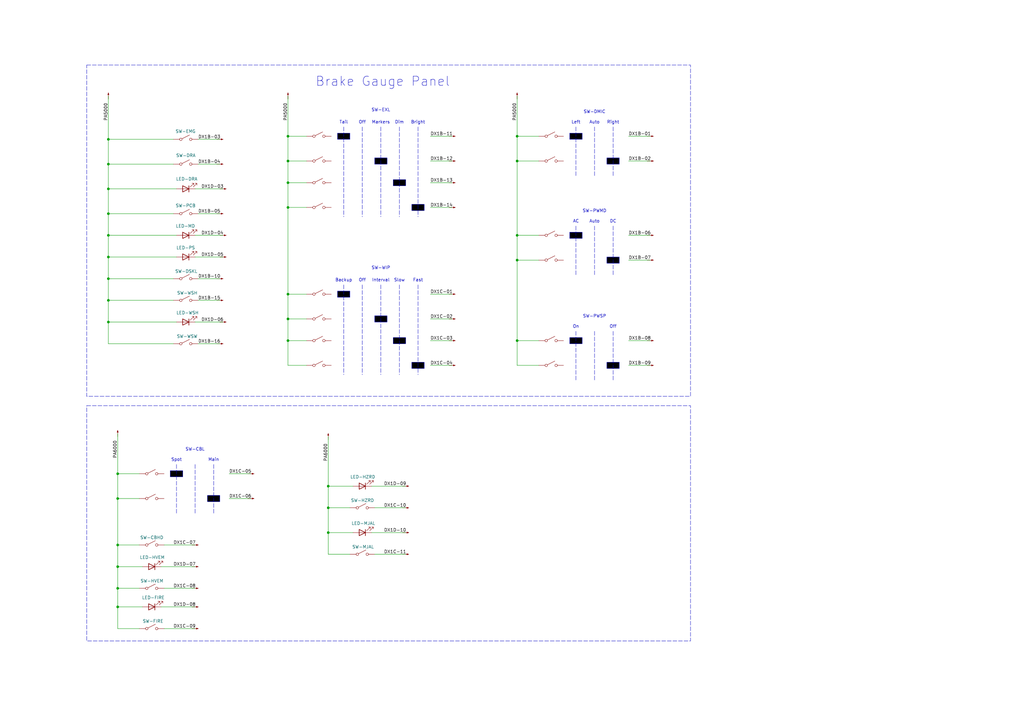
<source format=kicad_sch>
(kicad_sch (version 20250114) (generator "eeschema") (generator_version "9.0")
  (paper "A3")
  (title_block (title "Class 700 Compact Simulator Electrical") (date "2025-06-26") (rev "A"))
  (lib_symbols
    (symbol "Device:LED" (pin_numbers (hide yes)) (pin_names (offset 1.016) (hide yes))
      (property "Reference" "D" (at 0 2.54 0))
      (property "Value" "LED" (at 0 -2.54 0))
      (symbol "LED_0_1"
        (polyline (pts (xy -3.048 -0.762) (xy -4.572 -2.286) (xy -3.81 -2.286) (xy -4.572 -2.286) (xy -4.572 -1.524)))
        (polyline (pts (xy -1.778 -0.762) (xy -3.302 -2.286) (xy -2.54 -2.286) (xy -3.302 -2.286) (xy -3.302 -1.524)))
        (polyline (pts (xy -1.27 0) (xy 1.27 0)))
        (polyline (pts (xy -1.27 -1.27) (xy -1.27 1.27)) (stroke (width 0.254)))
        (polyline (pts (xy 1.27 -1.27) (xy 1.27 1.27) (xy -1.27 0) (xy 1.27 -1.27)) (stroke (width 0.254)))
      )
      (symbol "LED_1_1"
        (pin passive line (at -3.81 0 0) (length 2.54) (name "K") (number "1"))
        (pin passive line (at 3.81 0 180) (length 2.54) (name "A") (number "2"))
      )
    )
    (symbol "Graphic:SYM_Arrow_Tiny" (in_bom no) (on_board no)
      (symbol "SYM_Arrow_Tiny_0_1"
        (polyline (pts (xy 1.27 0) (xy -1.27 0)))
        (polyline (pts (xy 1.27 0) (xy 0.508 -0.254) (xy 0.508 0.254) (xy 1.27 0)) (fill (type outline)))
      )
    )
    (symbol "SW_SPST_1" (pin_names (offset 0) (hide yes))
      (property "Value" "SW-SPST" (at 3.556 11.176 90))
      (symbol "SW_SPST_1_0_0"
        (circle (center -2.032 0) (radius 0.508))
        (polyline (pts (xy -1.524 0.254) (xy 1.524 1.778)))
        (circle (center 2.032 0) (radius 0.508))
      )
      (symbol "SW_SPST_1_1_1"
        (pin passive line (at -5.08 0 0) (length 2.54) (name "A") (number ""))
        (pin passive line (at 5.08 0 180) (length 2.54) (name "B") (number ""))
      )
    )
    (symbol "SW_SPST_10" (pin_names (offset 0) (hide yes))
      (property "Value" "SW-SPST" (at 3.556 11.176 90))
      (symbol "SW_SPST_10_0_0"
        (circle (center -2.032 0) (radius 0.508))
        (polyline (pts (xy -1.524 0.254) (xy 1.524 1.778)))
        (circle (center 2.032 0) (radius 0.508))
      )
      (symbol "SW_SPST_10_1_1"
        (pin passive line (at -5.08 0 0) (length 2.54) (name "A") (number ""))
        (pin passive line (at 5.08 0 180) (length 2.54) (name "B") (number ""))
      )
    )
    (symbol "SW_SPST_11" (pin_names (offset 0) (hide yes))
      (property "Value" "SW-SPST" (at 3.556 11.176 90))
      (symbol "SW_SPST_11_0_0"
        (circle (center -2.032 0) (radius 0.508))
        (polyline (pts (xy -1.524 0.254) (xy 1.524 1.778)))
        (circle (center 2.032 0) (radius 0.508))
      )
      (symbol "SW_SPST_11_1_1"
        (pin passive line (at -5.08 0 0) (length 2.54) (name "A") (number ""))
        (pin passive line (at 5.08 0 180) (length 2.54) (name "B") (number ""))
      )
    )
    (symbol "SW_SPST_12" (pin_names (offset 0) (hide yes))
      (property "Value" "SW-SPST" (at 3.556 11.176 90))
      (symbol "SW_SPST_12_0_0"
        (circle (center -2.032 0) (radius 0.508))
        (polyline (pts (xy -1.524 0.254) (xy 1.524 1.778)))
        (circle (center 2.032 0) (radius 0.508))
      )
      (symbol "SW_SPST_12_1_1"
        (pin passive line (at -5.08 0 0) (length 2.54) (name "A") (number ""))
        (pin passive line (at 5.08 0 180) (length 2.54) (name "B") (number ""))
      )
    )
    (symbol "SW_SPST_13" (pin_names (offset 0) (hide yes))
      (property "Value" "SW-SPST" (at 3.556 11.176 90))
      (symbol "SW_SPST_13_0_0"
        (circle (center -2.032 0) (radius 0.508))
        (polyline (pts (xy -1.524 0.254) (xy 1.524 1.778)))
        (circle (center 2.032 0) (radius 0.508))
      )
      (symbol "SW_SPST_13_1_1"
        (pin passive line (at -5.08 0 0) (length 2.54) (name "A") (number ""))
        (pin passive line (at 5.08 0 180) (length 2.54) (name "B") (number ""))
      )
    )
    (symbol "SW_SPST_14" (pin_names (offset 0) (hide yes))
      (property "Value" "SW-SPST" (at 3.556 11.176 90))
      (symbol "SW_SPST_14_0_0"
        (circle (center -2.032 0) (radius 0.508))
        (polyline (pts (xy -1.524 0.254) (xy 1.524 1.778)))
        (circle (center 2.032 0) (radius 0.508))
      )
      (symbol "SW_SPST_14_1_1"
        (pin passive line (at -5.08 0 0) (length 2.54) (name "A") (number ""))
        (pin passive line (at 5.08 0 180) (length 2.54) (name "B") (number ""))
      )
    )
    (symbol "SW_SPST_15" (pin_names (offset 0) (hide yes))
      (property "Value" "SW-SPST" (at 3.556 11.176 90))
      (symbol "SW_SPST_15_0_0"
        (circle (center -2.032 0) (radius 0.508))
        (polyline (pts (xy -1.524 0.254) (xy 1.524 1.778)))
        (circle (center 2.032 0) (radius 0.508))
      )
      (symbol "SW_SPST_15_1_1"
        (pin passive line (at -5.08 0 0) (length 2.54) (name "A") (number ""))
        (pin passive line (at 5.08 0 180) (length 2.54) (name "B") (number ""))
      )
    )
    (symbol "SW_SPST_16" (pin_names (offset 0) (hide yes))
      (property "Value" "SW-SPST" (at 3.556 11.176 90))
      (symbol "SW_SPST_16_0_0"
        (circle (center -2.032 0) (radius 0.508))
        (polyline (pts (xy -1.524 0.254) (xy 1.524 1.778)))
        (circle (center 2.032 0) (radius 0.508))
      )
      (symbol "SW_SPST_16_1_1"
        (pin passive line (at -5.08 0 0) (length 2.54) (name "A") (number ""))
        (pin passive line (at 5.08 0 180) (length 2.54) (name "B") (number ""))
      )
    )
    (symbol "SW_SPST_17" (pin_names (offset 0) (hide yes))
      (property "Value" "SW-SPST" (at 3.556 11.176 90))
      (symbol "SW_SPST_17_0_0"
        (circle (center -2.032 0) (radius 0.508))
        (polyline (pts (xy -1.524 0.254) (xy 1.524 1.778)))
        (circle (center 2.032 0) (radius 0.508))
      )
      (symbol "SW_SPST_17_1_1"
        (pin passive line (at -5.08 0 0) (length 2.54) (name "A") (number ""))
        (pin passive line (at 5.08 0 180) (length 2.54) (name "B") (number ""))
      )
    )
    (symbol "SW_SPST_18" (pin_names (offset 0) (hide yes))
      (property "Value" "SW-SPST" (at 3.556 11.176 90))
      (symbol "SW_SPST_18_0_0"
        (circle (center -2.032 0) (radius 0.508))
        (polyline (pts (xy -1.524 0.254) (xy 1.524 1.778)))
        (circle (center 2.032 0) (radius 0.508))
      )
      (symbol "SW_SPST_18_1_1"
        (pin passive line (at -5.08 0 0) (length 2.54) (name "A") (number ""))
        (pin passive line (at 5.08 0 180) (length 2.54) (name "B") (number ""))
      )
    )
    (symbol "SW_SPST_19" (pin_names (offset 0) (hide yes))
      (property "Value" "SW-SPST" (at 3.556 11.176 90))
      (symbol "SW_SPST_19_0_0"
        (circle (center -2.032 0) (radius 0.508))
        (polyline (pts (xy -1.524 0.254) (xy 1.524 1.778)))
        (circle (center 2.032 0) (radius 0.508))
      )
      (symbol "SW_SPST_19_1_1"
        (pin passive line (at -5.08 0 0) (length 2.54) (name "A") (number ""))
        (pin passive line (at 5.08 0 180) (length 2.54) (name "B") (number ""))
      )
    )
    (symbol "SW_SPST_2" (pin_names (offset 0) (hide yes))
      (property "Value" "SW-SPST" (at 3.556 11.176 90))
      (symbol "SW_SPST_2_0_0"
        (circle (center -2.032 0) (radius 0.508))
        (polyline (pts (xy -1.524 0.254) (xy 1.524 1.778)))
        (circle (center 2.032 0) (radius 0.508))
      )
      (symbol "SW_SPST_2_1_1"
        (pin passive line (at -5.08 0 0) (length 2.54) (name "A") (number ""))
        (pin passive line (at 5.08 0 180) (length 2.54) (name "B") (number ""))
      )
    )
    (symbol "SW_SPST_20" (pin_names (offset 0) (hide yes))
      (property "Value" "SW-SPST" (at 3.556 11.176 90))
      (symbol "SW_SPST_20_0_0"
        (circle (center -2.032 0) (radius 0.508))
        (polyline (pts (xy -1.524 0.254) (xy 1.524 1.778)))
        (circle (center 2.032 0) (radius 0.508))
      )
      (symbol "SW_SPST_20_1_1"
        (pin passive line (at -5.08 0 0) (length 2.54) (name "A") (number ""))
        (pin passive line (at 5.08 0 180) (length 2.54) (name "B") (number ""))
      )
    )
    (symbol "SW_SPST_21" (pin_names (offset 0) (hide yes))
      (property "Value" "SW-SPST" (at 3.556 11.176 90))
      (symbol "SW_SPST_21_0_0"
        (circle (center -2.032 0) (radius 0.508))
        (polyline (pts (xy -1.524 0.254) (xy 1.524 1.778)))
        (circle (center 2.032 0) (radius 0.508))
      )
      (symbol "SW_SPST_21_1_1"
        (pin passive line (at -5.08 0 0) (length 2.54) (name "A") (number ""))
        (pin passive line (at 5.08 0 180) (length 2.54) (name "B") (number ""))
      )
    )
    (symbol "SW_SPST_22" (pin_names (offset 0) (hide yes))
      (property "Value" "SW-SPST" (at 3.556 11.176 90))
      (symbol "SW_SPST_22_0_0"
        (circle (center -2.032 0) (radius 0.508))
        (polyline (pts (xy -1.524 0.254) (xy 1.524 1.778)))
        (circle (center 2.032 0) (radius 0.508))
      )
      (symbol "SW_SPST_22_1_1"
        (pin passive line (at -5.08 0 0) (length 2.54) (name "A") (number ""))
        (pin passive line (at 5.08 0 180) (length 2.54) (name "B") (number ""))
      )
    )
    (symbol "SW_SPST_23" (pin_names (offset 0) (hide yes))
      (property "Value" "SW-SPST" (at 3.556 11.176 90))
      (symbol "SW_SPST_23_0_0"
        (circle (center -2.032 0) (radius 0.508))
        (polyline (pts (xy -1.524 0.254) (xy 1.524 1.778)))
        (circle (center 2.032 0) (radius 0.508))
      )
      (symbol "SW_SPST_23_1_1"
        (pin passive line (at -5.08 0 0) (length 2.54) (name "A") (number ""))
        (pin passive line (at 5.08 0 180) (length 2.54) (name "B") (number ""))
      )
    )
    (symbol "SW_SPST_24" (pin_names (offset 0) (hide yes))
      (property "Value" "SW-SPST" (at 3.556 11.176 90))
      (symbol "SW_SPST_24_0_0"
        (circle (center -2.032 0) (radius 0.508))
        (polyline (pts (xy -1.524 0.254) (xy 1.524 1.778)))
        (circle (center 2.032 0) (radius 0.508))
      )
      (symbol "SW_SPST_24_1_1"
        (pin passive line (at -5.08 0 0) (length 2.54) (name "A") (number ""))
        (pin passive line (at 5.08 0 180) (length 2.54) (name "B") (number ""))
      )
    )
    (symbol "SW_SPST_25" (pin_names (offset 0) (hide yes))
      (property "Value" "SW-SPST" (at 3.556 11.176 90))
      (symbol "SW_SPST_25_0_0"
        (circle (center -2.032 0) (radius 0.508))
        (polyline (pts (xy -1.524 0.254) (xy 1.524 1.778)))
        (circle (center 2.032 0) (radius 0.508))
      )
      (symbol "SW_SPST_25_1_1"
        (pin passive line (at -5.08 0 0) (length 2.54) (name "A") (number ""))
        (pin passive line (at 5.08 0 180) (length 2.54) (name "B") (number ""))
      )
    )
    (symbol "SW_SPST_26" (pin_names (offset 0) (hide yes))
      (property "Value" "SW-SPST" (at 3.556 11.176 90))
      (symbol "SW_SPST_26_0_0"
        (circle (center -2.032 0) (radius 0.508))
        (polyline (pts (xy -1.524 0.254) (xy 1.524 1.778)))
        (circle (center 2.032 0) (radius 0.508))
      )
      (symbol "SW_SPST_26_1_1"
        (pin passive line (at -5.08 0 0) (length 2.54) (name "A") (number ""))
        (pin passive line (at 5.08 0 180) (length 2.54) (name "B") (number ""))
      )
    )
    (symbol "SW_SPST_27" (pin_names (offset 0) (hide yes))
      (property "Value" "SW-SPST" (at 3.556 11.176 90))
      (symbol "SW_SPST_27_0_0"
        (circle (center -2.032 0) (radius 0.508))
        (polyline (pts (xy -1.524 0.254) (xy 1.524 1.778)))
        (circle (center 2.032 0) (radius 0.508))
      )
      (symbol "SW_SPST_27_1_1"
        (pin passive line (at -5.08 0 0) (length 2.54) (name "A") (number ""))
        (pin passive line (at 5.08 0 180) (length 2.54) (name "B") (number ""))
      )
    )
    (symbol "SW_SPST_3" (pin_names (offset 0) (hide yes))
      (property "Value" "SW-SPST" (at 3.556 11.176 90))
      (symbol "SW_SPST_3_0_0"
        (circle (center -2.032 0) (radius 0.508))
        (polyline (pts (xy -1.524 0.254) (xy 1.524 1.778)))
        (circle (center 2.032 0) (radius 0.508))
      )
      (symbol "SW_SPST_3_1_1"
        (pin passive line (at -5.08 0 0) (length 2.54) (name "A") (number ""))
        (pin passive line (at 5.08 0 180) (length 2.54) (name "B") (number ""))
      )
    )
    (symbol "SW_SPST_4" (pin_names (offset 0) (hide yes))
      (property "Value" "SW-SPST" (at 3.556 11.176 90))
      (symbol "SW_SPST_4_0_0"
        (circle (center -2.032 0) (radius 0.508))
        (polyline (pts (xy -1.524 0.254) (xy 1.524 1.778)))
        (circle (center 2.032 0) (radius 0.508))
      )
      (symbol "SW_SPST_4_1_1"
        (pin passive line (at -5.08 0 0) (length 2.54) (name "A") (number ""))
        (pin passive line (at 5.08 0 180) (length 2.54) (name "B") (number ""))
      )
    )
    (symbol "SW_SPST_5" (pin_names (offset 0) (hide yes))
      (property "Value" "SW-SPST" (at 3.556 11.176 90))
      (symbol "SW_SPST_5_0_0"
        (circle (center -2.032 0) (radius 0.508))
        (polyline (pts (xy -1.524 0.254) (xy 1.524 1.778)))
        (circle (center 2.032 0) (radius 0.508))
      )
      (symbol "SW_SPST_5_1_1"
        (pin passive line (at -5.08 0 0) (length 2.54) (name "A") (number ""))
        (pin passive line (at 5.08 0 180) (length 2.54) (name "B") (number ""))
      )
    )
    (symbol "SW_SPST_6" (pin_names (offset 0) (hide yes))
      (property "Value" "SW-SPST" (at 3.556 11.176 90))
      (symbol "SW_SPST_6_0_0"
        (circle (center -2.032 0) (radius 0.508))
        (polyline (pts (xy -1.524 0.254) (xy 1.524 1.778)))
        (circle (center 2.032 0) (radius 0.508))
      )
      (symbol "SW_SPST_6_1_1"
        (pin passive line (at -5.08 0 0) (length 2.54) (name "A") (number ""))
        (pin passive line (at 5.08 0 180) (length 2.54) (name "B") (number ""))
      )
    )
    (symbol "SW_SPST_7" (pin_names (offset 0) (hide yes))
      (property "Value" "SW-SPST" (at 3.556 11.176 90))
      (symbol "SW_SPST_7_0_0"
        (circle (center -2.032 0) (radius 0.508))
        (polyline (pts (xy -1.524 0.254) (xy 1.524 1.778)))
        (circle (center 2.032 0) (radius 0.508))
      )
      (symbol "SW_SPST_7_1_1"
        (pin passive line (at -5.08 0 0) (length 2.54) (name "A") (number ""))
        (pin passive line (at 5.08 0 180) (length 2.54) (name "B") (number ""))
      )
    )
    (symbol "SW_SPST_8" (pin_names (offset 0) (hide yes))
      (property "Value" "SW-SPST" (at 3.556 11.176 90))
      (symbol "SW_SPST_8_0_0"
        (circle (center -2.032 0) (radius 0.508))
        (polyline (pts (xy -1.524 0.254) (xy 1.524 1.778)))
        (circle (center 2.032 0) (radius 0.508))
      )
      (symbol "SW_SPST_8_1_1"
        (pin passive line (at -5.08 0 0) (length 2.54) (name "A") (number ""))
        (pin passive line (at 5.08 0 180) (length 2.54) (name "B") (number ""))
      )
    )
    (symbol "SW_SPST_9" (pin_names (offset 0) (hide yes))
      (property "Value" "SW-SPST" (at 3.556 11.176 90))
      (symbol "SW_SPST_9_0_0"
        (circle (center -2.032 0) (radius 0.508))
        (polyline (pts (xy -1.524 0.254) (xy 1.524 1.778)))
        (circle (center 2.032 0) (radius 0.508))
      )
      (symbol "SW_SPST_9_1_1"
        (pin passive line (at -5.08 0 0) (length 2.54) (name "A") (number ""))
        (pin passive line (at 5.08 0 180) (length 2.54) (name "B") (number ""))
      )
    )
  )
  (rectangle (start 35.56 166.37) (end 283.21 262.89) (stroke (width 0) (type dash)))
  (rectangle (start 248.92 64.77) (end 254 67.31) (fill (type color) (color 0 0 0 1)))
  (rectangle (start 233.68 138.43) (end 238.76 140.97) (fill (type color) (color 0 0 0 1)))
  (rectangle (start 233.68 95.25) (end 238.76 97.79) (fill (type color) (color 0 0 0 1)))
  (rectangle (start 248.92 105.41) (end 254 107.95) (fill (type color) (color 0 0 0 1)))
  (rectangle (start 153.67 129.54) (end 158.75 132.08) (fill (type color) (color 0 0 0 1)))
  (rectangle (start 168.91 148.59) (end 173.99 151.13) (fill (type color) (color 0 0 0 1)))
  (rectangle (start 161.29 138.43) (end 166.37 140.97) (fill (type color) (color 0 0 0 1)))
  (rectangle (start 153.67 64.77) (end 158.75 67.31) (fill (type color) (color 0 0 0 1)))
  (rectangle (start 35.56 26.67) (end 283.21 162.56) (stroke (width 0) (type dash)))
  (rectangle (start 85.09 203.2) (end 90.17 205.74) (fill (type color) (color 0 0 0 1)))
  (rectangle (start 168.91 83.82) (end 173.99 86.36) (fill (type color) (color 0 0 0 1)))
  (rectangle (start 69.85 193.04) (end 74.93 195.58) (fill (type color) (color 0 0 0 1)))
  (rectangle (start 161.29 73.66) (end 166.37 76.2) (fill (type color) (color 0 0 0 1)))
  (rectangle (start 138.43 54.61) (end 143.51 57.15) (fill (type color) (color 0 0 0 1)))
  (rectangle (start 138.43 119.38) (end 143.51 121.92) (fill (type color) (color 0 0 0 1)))
  (rectangle (start 233.68 54.61) (end 238.76 57.15) (fill (type color) (color 0 0 0 1)))
  (rectangle (start 248.92 148.59) (end 254 151.13) (fill (type color) (color 0 0 0 1)))
  (text "SW-PWMD" (at 243.84 86.614 0) (effects (font (size 1.27 1.27))))
  (text "SW-EXL" (at 156.21 45.212 0) (effects (font (size 1.27 1.27))))
  (text "Brake Gauge Panel" (at 156.972 33.528 0) (effects (font (size 3.81 3.81))))
  (text "SW-WIP" (at 156.21 109.982 0) (effects (font (size 1.27 1.27))))
  (text "SW-PWSP" (at 243.84 129.794 0) (effects (font (size 1.27 1.27))))
  (text "SW-CBL" (at 80.01 184.404 0) (effects (font (size 1.27 1.27))))
  (text "SW-DMIC" (at 243.84 45.974 0) (effects (font (size 1.27 1.27))))
  (junction (at 44.45 114.3))
  (junction (at 44.45 57.15))
  (junction (at 212.09 55.88))
  (junction (at 134.62 208.28))
  (junction (at 44.45 96.52))
  (junction (at 118.11 130.81))
  (junction (at 212.09 106.68))
  (junction (at 118.11 85.09))
  (junction (at 44.45 77.47))
  (junction (at 44.45 67.31))
  (junction (at 118.11 139.7))
  (junction (at 48.26 223.52))
  (junction (at 212.09 96.52))
  (junction (at 48.26 241.3))
  (junction (at 48.26 194.31))
  (junction (at 44.45 87.63))
  (junction (at 48.26 232.41))
  (junction (at 48.26 248.92))
  (junction (at 118.11 66.04))
  (junction (at 134.62 218.44))
  (junction (at 48.26 204.47))
  (junction (at 212.09 66.04))
  (junction (at 118.11 55.88))
  (junction (at 44.45 105.41))
  (junction (at 44.45 123.19))
  (junction (at 118.11 74.93))
  (junction (at 118.11 120.65))
  (junction (at 44.45 132.08))
  (junction (at 134.62 199.39))
  (junction (at 212.09 139.7))
  (wire (pts (xy 152.4 199.39) (xy 166.37 199.39)))
  (polyline (pts (xy 148.59 52.07) (xy 148.59 88.9)) (stroke (width 0) (type dash)))
  (wire (pts (xy 212.09 55.88) (xy 212.09 66.04)))
  (wire (pts (xy 58.42 248.92) (xy 48.26 248.92)))
  (wire (pts (xy 212.09 106.68) (xy 212.09 139.7)))
  (wire (pts (xy 118.11 120.65) (xy 125.73 120.65)))
  (wire (pts (xy 48.26 241.3) (xy 48.26 232.41)))
  (wire (pts (xy 71.12 123.19) (xy 44.45 123.19)))
  (wire (pts (xy 44.45 114.3) (xy 44.45 123.19)))
  (wire (pts (xy 71.12 67.31) (xy 44.45 67.31)))
  (wire (pts (xy 118.11 55.88) (xy 125.73 55.88)))
  (wire (pts (xy 48.26 248.92) (xy 48.26 257.81)))
  (wire (pts (xy 134.62 208.28) (xy 134.62 218.44)))
  (wire (pts (xy 118.11 120.65) (xy 118.11 130.81)))
  (wire (pts (xy 143.51 208.28) (xy 134.62 208.28)))
  (wire (pts (xy 66.04 248.92) (xy 80.01 248.92)))
  (polyline (pts (xy 87.63 190.5) (xy 87.63 210.82)) (stroke (width 0) (type dash)))
  (wire (pts (xy 44.45 57.15) (xy 44.45 67.31)))
  (wire (pts (xy 185.42 139.7) (xy 176.53 139.7)))
  (wire (pts (xy 67.31 257.81) (xy 80.01 257.81)))
  (wire (pts (xy 212.09 55.88) (xy 220.98 55.88)))
  (polyline (pts (xy 140.97 116.84) (xy 140.97 153.67)) (stroke (width 0) (type dash)))
  (wire (pts (xy 266.7 96.52) (xy 257.81 96.52)))
  (wire (pts (xy 44.45 77.47) (xy 44.45 87.63)))
  (polyline (pts (xy 80.01 190.5) (xy 80.01 210.82)) (stroke (width 0) (type dash)))
  (wire (pts (xy 212.09 55.88) (xy 212.09 39.37)))
  (wire (pts (xy 118.11 149.86) (xy 125.73 149.86)))
  (wire (pts (xy 57.15 257.81) (xy 48.26 257.81)))
  (wire (pts (xy 80.01 132.08) (xy 91.44 132.08)))
  (wire (pts (xy 118.11 66.04) (xy 118.11 74.93)))
  (wire (pts (xy 44.45 67.31) (xy 44.45 77.47)))
  (wire (pts (xy 44.45 96.52) (xy 44.45 105.41)))
  (wire (pts (xy 48.26 194.31) (xy 48.26 204.47)))
  (polyline (pts (xy 243.84 52.07) (xy 243.84 72.39)) (stroke (width 0) (type dash)))
  (wire (pts (xy 185.42 55.88) (xy 176.53 55.88)))
  (wire (pts (xy 212.09 96.52) (xy 212.09 106.68)))
  (wire (pts (xy 118.11 66.04) (xy 125.73 66.04)))
  (wire (pts (xy 118.11 130.81) (xy 118.11 139.7)))
  (polyline (pts (xy 251.46 135.89) (xy 251.46 156.21)) (stroke (width 0) (type dash)))
  (polyline (pts (xy 236.22 135.89) (xy 236.22 156.21)) (stroke (width 0) (type dash)))
  (wire (pts (xy 185.42 85.09) (xy 176.53 85.09)))
  (wire (pts (xy 90.17 57.15) (xy 81.28 57.15)))
  (wire (pts (xy 212.09 96.52) (xy 220.98 96.52)))
  (wire (pts (xy 102.87 204.47) (xy 93.98 204.47)))
  (wire (pts (xy 71.12 57.15) (xy 44.45 57.15)))
  (polyline (pts (xy 148.59 116.84) (xy 148.59 153.67)) (stroke (width 0) (type dash)))
  (wire (pts (xy 67.31 223.52) (xy 80.01 223.52)))
  (wire (pts (xy 118.11 55.88) (xy 118.11 39.37)))
  (wire (pts (xy 80.01 96.52) (xy 91.44 96.52)))
  (wire (pts (xy 266.7 66.04) (xy 257.81 66.04)))
  (polyline (pts (xy 251.46 92.71) (xy 251.46 113.03)) (stroke (width 0) (type dash)))
  (wire (pts (xy 185.42 66.04) (xy 176.53 66.04)))
  (wire (pts (xy 48.26 204.47) (xy 57.15 204.47)))
  (wire (pts (xy 44.45 87.63) (xy 44.45 96.52)))
  (wire (pts (xy 134.62 199.39) (xy 134.62 208.28)))
  (wire (pts (xy 72.39 77.47) (xy 44.45 77.47)))
  (wire (pts (xy 72.39 132.08) (xy 44.45 132.08)))
  (wire (pts (xy 48.26 204.47) (xy 48.26 223.52)))
  (wire (pts (xy 80.01 77.47) (xy 91.44 77.47)))
  (wire (pts (xy 48.26 223.52) (xy 48.26 232.41)))
  (wire (pts (xy 118.11 139.7) (xy 125.73 139.7)))
  (wire (pts (xy 134.62 179.07) (xy 134.62 199.39)))
  (wire (pts (xy 71.12 114.3) (xy 44.45 114.3)))
  (wire (pts (xy 90.17 67.31) (xy 81.28 67.31)))
  (wire (pts (xy 44.45 123.19) (xy 44.45 132.08)))
  (wire (pts (xy 118.11 74.93) (xy 125.73 74.93)))
  (wire (pts (xy 212.09 66.04) (xy 220.98 66.04)))
  (wire (pts (xy 80.01 105.41) (xy 91.44 105.41)))
  (wire (pts (xy 185.42 120.65) (xy 176.53 120.65)))
  (wire (pts (xy 44.45 132.08) (xy 44.45 140.97)))
  (polyline (pts (xy 72.39 190.5) (xy 72.39 210.82)) (stroke (width 0) (type dash)))
  (wire (pts (xy 118.11 85.09) (xy 118.11 120.65)))
  (wire (pts (xy 44.45 105.41) (xy 44.45 114.3)))
  (wire (pts (xy 212.09 106.68) (xy 220.98 106.68)))
  (polyline (pts (xy 156.21 52.07) (xy 156.21 88.9)) (stroke (width 0) (type dash)))
  (polyline (pts (xy 171.45 116.84) (xy 171.45 153.67)) (stroke (width 0) (type dash)))
  (wire (pts (xy 118.11 130.81) (xy 125.73 130.81)))
  (polyline (pts (xy 236.22 52.07) (xy 236.22 72.39)) (stroke (width 0) (type dash)))
  (wire (pts (xy 266.7 55.88) (xy 257.81 55.88)))
  (polyline (pts (xy 243.84 92.71) (xy 243.84 113.03)) (stroke (width 0) (type dash)))
  (wire (pts (xy 71.12 140.97) (xy 44.45 140.97)))
  (polyline (pts (xy 236.22 92.71) (xy 236.22 113.03)) (stroke (width 0) (type dash)))
  (polyline (pts (xy 163.83 116.84) (xy 163.83 153.67)) (stroke (width 0) (type dash)))
  (wire (pts (xy 71.12 87.63) (xy 44.45 87.63)))
  (wire (pts (xy 185.42 130.81) (xy 176.53 130.81)))
  (polyline (pts (xy 251.46 52.07) (xy 251.46 72.39)) (stroke (width 0) (type dash)))
  (wire (pts (xy 90.17 123.19) (xy 81.28 123.19)))
  (wire (pts (xy 90.17 140.97) (xy 81.28 140.97)))
  (wire (pts (xy 90.17 87.63) (xy 81.28 87.63)))
  (wire (pts (xy 118.11 85.09) (xy 125.73 85.09)))
  (wire (pts (xy 66.04 232.41) (xy 80.01 232.41)))
  (wire (pts (xy 185.42 74.93) (xy 176.53 74.93)))
  (wire (pts (xy 72.39 96.52) (xy 44.45 96.52)))
  (wire (pts (xy 44.45 39.37) (xy 44.45 57.15)))
  (wire (pts (xy 134.62 218.44) (xy 134.62 227.33)))
  (polyline (pts (xy 243.84 135.89) (xy 243.84 156.21)) (stroke (width 0) (type dash)))
  (polyline (pts (xy 163.83 52.07) (xy 163.83 88.9)) (stroke (width 0) (type dash)))
  (wire (pts (xy 57.15 241.3) (xy 48.26 241.3)))
  (wire (pts (xy 153.67 208.28) (xy 166.37 208.28)))
  (wire (pts (xy 143.51 227.33) (xy 134.62 227.33)))
  (wire (pts (xy 212.09 139.7) (xy 212.09 149.86)))
  (wire (pts (xy 144.78 199.39) (xy 134.62 199.39)))
  (wire (pts (xy 48.26 241.3) (xy 48.26 248.92)))
  (wire (pts (xy 118.11 139.7) (xy 118.11 149.86)))
  (wire (pts (xy 118.11 74.93) (xy 118.11 85.09)))
  (wire (pts (xy 48.26 194.31) (xy 48.26 177.8)))
  (wire (pts (xy 72.39 105.41) (xy 44.45 105.41)))
  (wire (pts (xy 266.7 106.68) (xy 257.81 106.68)))
  (wire (pts (xy 266.7 149.86) (xy 257.81 149.86)))
  (wire (pts (xy 67.31 241.3) (xy 80.01 241.3)))
  (wire (pts (xy 212.09 139.7) (xy 220.98 139.7)))
  (wire (pts (xy 152.4 218.44) (xy 166.37 218.44)))
  (wire (pts (xy 266.7 139.7) (xy 257.81 139.7)))
  (wire (pts (xy 212.09 66.04) (xy 212.09 96.52)))
  (wire (pts (xy 153.67 227.33) (xy 166.37 227.33)))
  (polyline (pts (xy 171.45 52.07) (xy 171.45 88.9)) (stroke (width 0) (type dash)))
  (polyline (pts (xy 156.21 116.84) (xy 156.21 153.67)) (stroke (width 0) (type dash)))
  (wire (pts (xy 48.26 194.31) (xy 57.15 194.31)))
  (wire (pts (xy 118.11 55.88) (xy 118.11 66.04)))
  (wire (pts (xy 57.15 223.52) (xy 48.26 223.52)))
  (wire (pts (xy 144.78 218.44) (xy 134.62 218.44)))
  (wire (pts (xy 90.17 114.3) (xy 81.28 114.3)))
  (wire (pts (xy 185.42 149.86) (xy 176.53 149.86)))
  (polyline (pts (xy 140.97 52.07) (xy 140.97 88.9)) (stroke (width 0) (type dash)))
  (wire (pts (xy 212.09 149.86) (xy 220.98 149.86)))
  (wire (pts (xy 102.87 194.31) (xy 93.98 194.31)))
  (wire (pts (xy 58.42 232.41) (xy 48.26 232.41)))
  (table (column_count 3) (border (external no) (header no)) (separators (rows no) (cols no)) (column_widths 7.62 7.62 7.62) (row_heights 24.13) (cells (table_cell "Left" (at 232.41 48.26 0) (size 7.62 24.13) (margins 0.9525 0.9525 0.9525 0.9525) (span 1 1)) (table_cell "Auto" (at 240.03 48.26 0) (size 7.62 24.13) (margins 0.9525 0.9525 0.9525 0.9525) (span 1 1)) (table_cell "Right" (at 247.65 48.26 0) (size 7.62 24.13) (margins 0.9525 0.9525 0.9525 0.9525) (span 1 1))))
  (table (column_count 3) (border (external no) (header no)) (separators (rows no) (cols no)) (column_widths 7.62 7.62 7.62) (row_heights 24.13) (cells (table_cell "On" (at 232.41 132.08 0) (size 7.62 24.13) (margins 0.9525 0.9525 0.9525 0.9525) (span 1 1)) (table_cell "" (at 240.03 132.08 0) (size 7.62 24.13) (margins 0.9525 0.9525 0.9525 0.9525) (span 1 1)) (table_cell "Off" (at 247.65 132.08 0) (size 7.62 24.13) (margins 0.9525 0.9525 0.9525 0.9525) (span 1 1))))
  (table (column_count 5) (border (external no) (header no)) (separators (rows no) (cols no)) (column_widths 7.62 7.62 7.62 7.62 7.62) (row_heights 43.18) (cells (table_cell "Backup" (at 137.16 113.03 0) (size 7.62 43.18) (margins 0.9525 0.9525 0.9525 0.9525) (span 1 1)) (table_cell "Off" (at 144.78 113.03 0) (size 7.62 43.18) (margins 0.9525 0.9525 0.9525 0.9525) (span 1 1)) (table_cell "Interval" (at 152.4 113.03 0) (size 7.62 43.18) (margins 0.9525 0.9525 0.9525 0.9525) (span 1 1)) (table_cell "Slow" (at 160.02 113.03 0) (size 7.62 43.18) (margins 0.9525 0.9525 0.9525 0.9525) (span 1 1)) (table_cell "Fast" (at 167.64 113.03 0) (size 7.62 43.18) (margins 0.9525 0.9525 0.9525 0.9525) (span 1 1))))
  (table (column_count 3) (border (external no) (header no)) (separators (rows no) (cols no)) (column_widths 7.62 7.62 7.62) (row_heights 24.13) (cells (table_cell "AC" (at 232.41 88.9 0) (size 7.62 24.13) (margins 0.9525 0.9525 0.9525 0.9525) (span 1 1)) (table_cell "Auto" (at 240.03 88.9 0) (size 7.62 24.13) (margins 0.9525 0.9525 0.9525 0.9525) (span 1 1)) (table_cell "DC" (at 247.65 88.9 0) (size 7.62 24.13) (margins 0.9525 0.9525 0.9525 0.9525) (span 1 1))))
  (table (column_count 3) (border (external no) (header no)) (separators (rows no) (cols no)) (column_widths 7.62 7.62 7.62) (row_heights 24.13) (cells (table_cell "Spot" (at 68.58 186.69 0) (size 7.62 24.13) (margins 0.9525 0.9525 0.9525 0.9525) (span 1 1)) (table_cell "" (at 76.2 186.69 0) (size 7.62 24.13) (margins 0.9525 0.9525 0.9525 0.9525) (span 1 1)) (table_cell "Main" (at 83.82 186.69 0) (size 7.62 24.13) (margins 0.9525 0.9525 0.9525 0.9525) (span 1 1))))
  (table (column_count 5) (border (external no) (header no)) (separators (rows no) (cols no)) (column_widths 7.62 7.62 7.62 7.62 7.62) (row_heights 43.18) (cells (table_cell "Tail" (at 137.16 48.26 0) (size 7.62 43.18) (margins 0.9525 0.9525 0.9525 0.9525) (span 1 1)) (table_cell "Off" (at 144.78 48.26 0) (size 7.62 43.18) (margins 0.9525 0.9525 0.9525 0.9525) (span 1 1)) (table_cell "Markers" (at 152.4 48.26 0) (size 7.62 43.18) (margins 0.9525 0.9525 0.9525 0.9525) (span 1 1)) (table_cell "Dim" (at 160.02 48.26 0) (size 7.62 43.18) (margins 0.9525 0.9525 0.9525 0.9525) (span 1 1)) (table_cell "Bright" (at 167.64 48.26 0) (size 7.62 43.18) (margins 0.9525 0.9525 0.9525 0.9525) (span 1 1))))
  (label "DX1D-07" (at 71.12 232.41 0))
  (label "DX1B-05" (at 81.28 87.63 0))
  (label "DX1B-10" (at 81.28 114.3 0))
  (label "DX1B-14" (at 176.53 85.09 0))
  (label "DX1D-09" (at 157.48 199.39 0))
  (label "DX1C-04" (at 176.53 149.86 0))
  (label "DX1C-01" (at 176.53 120.65 0))
  (label "DX1C-03" (at 176.53 139.7 0))
  (label "DX1B-04" (at 81.28 67.31 0))
  (label "DX1C-07" (at 71.12 223.52 0))
  (label "DX1C-02" (at 176.53 130.81 0))
  (label "DX1C-10" (at 157.48 208.28 0))
  (label "PA5000" (at 118.11 49.53 90))
  (label "DX1B-06" (at 257.81 96.52 0))
  (label "DX1C-05" (at 93.98 194.31 0))
  (label "DX1B-12" (at 176.53 66.04 0))
  (label "DX1D-10" (at 157.48 218.44 0))
  (label "DX1C-09" (at 71.12 257.81 0))
  (label "DX1C-08" (at 71.12 241.3 0))
  (label "DX1B-01" (at 257.81 55.88 0))
  (label "DX1D-06" (at 82.55 132.08 0))
  (label "DX1D-05" (at 82.55 105.41 0))
  (label "DX1D-03" (at 82.55 77.47 0))
  (label "DX1B-09" (at 257.81 149.86 0))
  (label "DX1B-11" (at 176.53 55.88 0))
  (label "DX1B-02" (at 257.81 66.04 0))
  (label "DX1B-07" (at 257.81 106.68 0))
  (label "PA5000" (at 212.09 49.53 90))
  (label "DX1B-16" (at 81.28 140.97 0))
  (label "DX1B-15" (at 81.28 123.19 0))
  (label "DX1D-04" (at 82.55 96.52 0))
  (label "DX1C-11" (at 157.48 227.33 0))
  (label "PA6000" (at 134.62 189.23 90))
  (label "DX1B-03" (at 81.28 57.15 0))
  (label "PA5000" (at 44.45 49.53 90))
  (label "DX1B-08" (at 257.81 139.7 0))
  (label "DX1D-08" (at 71.12 248.92 0))
  (label "DX1C-06" (at 93.98 204.47 0))
  (label "DX1B-13" (at 176.53 74.93 0))
  (label "PA6000" (at 48.26 187.96 90))
  (symbol (lib_id "Device:LED") (at 62.23 248.92 180) (unit 1)
    (property "Reference" "D9" (effects (hide yes)))
    (property "Value" "LED-FIRE" (at 67.564 245.11 0) (effects (justify left)))
    (property "Description" "Light emitting diode" (effects (hide yes)))
    (property "Sim.Pins" "1=K 2=A" (effects (hide yes)))
  )
  (symbol (lib_id "Graphic:SYM_Arrow_Tiny") (at 266.7 55.88 0) (mirror x) (unit 1)
    (property "Reference" "#SYM256" (effects (hide yes)))
    (property "Value" "SYM_Arrow_Tiny" (effects (hide yes)))
    (property "Description" "Filled arrow, 100mil" (effects (hide yes)))
  )
  (symbol (lib_id "Graphic:SYM_Arrow_Tiny") (at 80.01 248.92 0) (mirror x) (unit 1)
    (property "Reference" "#SYM314" (effects (hide yes)))
    (property "Value" "SYM_Arrow_Tiny" (effects (hide yes)))
    (property "Description" "Filled arrow, 100mil" (effects (hide yes)))
  )
  (symbol (lib_id "Graphic:SYM_Arrow_Tiny") (at 80.01 232.41 0) (mirror x) (unit 1)
    (property "Reference" "#SYM311" (effects (hide yes)))
    (property "Value" "SYM_Arrow_Tiny" (effects (hide yes)))
    (property "Description" "Filled arrow, 100mil" (effects (hide yes)))
  )
  (symbol (lib_id "Graphic:SYM_Arrow_Tiny") (at 266.7 139.7 0) (mirror x) (unit 1)
    (property "Reference" "#SYM269" (effects (hide yes)))
    (property "Value" "SYM_Arrow_Tiny" (effects (hide yes)))
    (property "Description" "Filled arrow, 100mil" (effects (hide yes)))
  )
  (symbol (lib_name "SW_SPST_13") (lib_id "Switch:SW_SPST") (at 76.2 87.63 0) (unit 1)
    (property "Reference" "SW31" (effects (hide yes)))
    (property "Value" "SW-PCB" (at 80.264 84.328 0) (effects (justify right)))
    (property "Description" "Single Pole Single Throw (SPST) switch" (effects (hide yes)))
  )
  (symbol (lib_name "SW_SPST_18") (lib_id "Switch:SW_SPST") (at 226.06 106.68 0) (unit 1)
    (property "Reference" "SW50" (effects (hide yes)))
    (property "Value" "SWAWS" (effects (hide yes)))
    (property "Description" "Single Pole Single Throw (SPST) switch" (effects (hide yes)))
  )
  (symbol (lib_name "SW_SPST_23") (lib_id "Switch:SW_SPST") (at 62.23 241.3 0) (unit 1)
    (property "Reference" "SW9" (effects (hide yes)))
    (property "Value" "SW-HVEM" (at 67.056 238.252 0) (effects (justify right)))
    (property "Description" "Single Pole Single Throw (SPST) switch" (effects (hide yes)))
  )
  (symbol (lib_id "Graphic:SYM_Arrow_Tiny") (at 166.37 208.28 0) (mirror x) (unit 1)
    (property "Reference" "#SYM317" (effects (hide yes)))
    (property "Value" "SYM_Arrow_Tiny" (effects (hide yes)))
    (property "Description" "Filled arrow, 100mil" (effects (hide yes)))
  )
  (symbol (lib_id "Graphic:SYM_Arrow_Tiny") (at 80.01 257.81 0) (mirror x) (unit 1)
    (property "Reference" "#SYM315" (effects (hide yes)))
    (property "Value" "SYM_Arrow_Tiny" (effects (hide yes)))
    (property "Description" "Filled arrow, 100mil" (effects (hide yes)))
  )
  (symbol (lib_id "Graphic:SYM_Arrow_Tiny") (at 185.42 66.04 0) (mirror x) (unit 1)
    (property "Reference" "#SYM279" (effects (hide yes)))
    (property "Value" "SYM_Arrow_Tiny" (effects (hide yes)))
    (property "Description" "Filled arrow, 100mil" (effects (hide yes)))
  )
  (symbol (lib_id "Graphic:SYM_Arrow_Tiny") (at 266.7 106.68 0) (mirror x) (unit 1)
    (property "Reference" "#SYM268" (effects (hide yes)))
    (property "Value" "SYM_Arrow_Tiny" (effects (hide yes)))
    (property "Description" "Filled arrow, 100mil" (effects (hide yes)))
  )
  (symbol (lib_id "Graphic:SYM_Arrow_Tiny") (at 266.7 66.04 0) (mirror x) (unit 1)
    (property "Reference" "#SYM257" (effects (hide yes)))
    (property "Value" "SYM_Arrow_Tiny" (effects (hide yes)))
    (property "Description" "Filled arrow, 100mil" (effects (hide yes)))
  )
  (symbol (lib_id "Graphic:SYM_Arrow_Tiny") (at 90.17 57.15 0) (mirror x) (unit 1)
    (property "Reference" "#SYM258" (effects (hide yes)))
    (property "Value" "SYM_Arrow_Tiny" (effects (hide yes)))
    (property "Description" "Filled arrow, 100mil" (effects (hide yes)))
  )
  (symbol (lib_name "SW_SPST_12") (lib_id "Switch:SW_SPST") (at 130.81 55.88 0) (unit 1)
    (property "Reference" "SW43" (effects (hide yes)))
    (property "Value" "SWAWS" (effects (hide yes)))
    (property "Description" "Single Pole Single Throw (SPST) switch" (effects (hide yes)))
  )
  (symbol (lib_id "Graphic:SYM_Arrow_Tiny") (at 185.42 120.65 0) (mirror x) (unit 1)
    (property "Reference" "#SYM272" (effects (hide yes)))
    (property "Value" "SYM_Arrow_Tiny" (effects (hide yes)))
    (property "Description" "Filled arrow, 100mil" (effects (hide yes)))
  )
  (symbol (lib_id "Graphic:SYM_Arrow_Tiny") (at 185.42 139.7 0) (mirror x) (unit 1)
    (property "Reference" "#SYM274" (effects (hide yes)))
    (property "Value" "SYM_Arrow_Tiny" (effects (hide yes)))
    (property "Description" "Filled arrow, 100mil" (effects (hide yes)))
  )
  (symbol (lib_id "Graphic:SYM_Arrow_Tiny") (at 80.01 223.52 0) (mirror x) (unit 1)
    (property "Reference" "#SYM313" (effects (hide yes)))
    (property "Value" "SYM_Arrow_Tiny" (effects (hide yes)))
    (property "Description" "Filled arrow, 100mil" (effects (hide yes)))
  )
  (symbol (lib_id "Graphic:SYM_Arrow_Tiny") (at 91.44 132.08 0) (mirror x) (unit 1)
    (property "Reference" "#SYM285" (effects (hide yes)))
    (property "Value" "SYM_Arrow_Tiny" (effects (hide yes)))
    (property "Description" "Filled arrow, 100mil" (effects (hide yes)))
  )
  (symbol (lib_id "Graphic:SYM_Arrow_Tiny") (at 44.45 39.37 270) (mirror x) (unit 1)
    (property "Reference" "#SYM253" (effects (hide yes)))
    (property "Value" "SYM_Arrow_Tiny" (effects (hide yes)))
    (property "Description" "Filled arrow, 100mil" (effects (hide yes)))
  )
  (symbol (lib_name "SW_SPST_16") (lib_id "Switch:SW_SPST") (at 226.06 149.86 0) (unit 1)
    (property "Reference" "SW48" (effects (hide yes)))
    (property "Value" "SWAWS" (effects (hide yes)))
    (property "Description" "Single Pole Single Throw (SPST) switch" (effects (hide yes)))
  )
  (symbol (lib_name "SW_SPST_6") (lib_id "Switch:SW_SPST") (at 130.81 139.7 0) (unit 1)
    (property "Reference" "SW41" (effects (hide yes)))
    (property "Value" "SWAWS" (effects (hide yes)))
    (property "Description" "Single Pole Single Throw (SPST) switch" (effects (hide yes)))
  )
  (symbol (lib_id "Device:LED") (at 76.2 96.52 180) (unit 1)
    (property "Reference" "D6" (effects (hide yes)))
    (property "Value" "LED-MD" (at 80.01 92.71 0) (effects (justify left)))
    (property "Description" "Light emitting diode" (effects (hide yes)))
    (property "Sim.Pins" "1=K 2=A" (effects (hide yes)))
  )
  (symbol (lib_name "SW_SPST_19") (lib_id "Switch:SW_SPST") (at 226.06 55.88 0) (unit 1)
    (property "Reference" "SW51" (effects (hide yes)))
    (property "Value" "SWAWS" (effects (hide yes)))
    (property "Description" "Single Pole Single Throw (SPST) switch" (effects (hide yes)))
  )
  (symbol (lib_id "Graphic:SYM_Arrow_Tiny") (at 166.37 227.33 0) (mirror x) (unit 1)
    (property "Reference" "#SYM320" (effects (hide yes)))
    (property "Value" "SYM_Arrow_Tiny" (effects (hide yes)))
    (property "Description" "Filled arrow, 100mil" (effects (hide yes)))
  )
  (symbol (lib_id "Graphic:SYM_Arrow_Tiny") (at 185.42 130.81 0) (mirror x) (unit 1)
    (property "Reference" "#SYM273" (effects (hide yes)))
    (property "Value" "SYM_Arrow_Tiny" (effects (hide yes)))
    (property "Description" "Filled arrow, 100mil" (effects (hide yes)))
  )
  (symbol (lib_name "SW_SPST_5") (lib_id "Switch:SW_SPST") (at 76.2 140.97 0) (unit 1)
    (property "Reference" "SW38" (effects (hide yes)))
    (property "Value" "SW-WSW" (at 81.026 137.922 0) (effects (justify right)))
    (property "Description" "Single Pole Single Throw (SPST) switch" (effects (hide yes)))
  )
  (symbol (lib_name "SW_SPST_2") (lib_id "Switch:SW_SPST") (at 130.81 130.81 0) (unit 1)
    (property "Reference" "SW40" (effects (hide yes)))
    (property "Value" "SWAWS" (effects (hide yes)))
    (property "Description" "Single Pole Single Throw (SPST) switch" (effects (hide yes)))
  )
  (symbol (lib_name "SW_SPST_27") (lib_id "Switch:SW_SPST") (at 148.59 227.33 0) (unit 1)
    (property "Reference" "SW25" (effects (hide yes)))
    (property "Value" "SW-MJAL" (at 153.416 224.282 0) (effects (justify right)))
    (property "Description" "Single Pole Single Throw (SPST) switch" (effects (hide yes)))
  )
  (symbol (lib_name "SW_SPST_24") (lib_id "Switch:SW_SPST") (at 62.23 223.52 0) (unit 1)
    (property "Reference" "SW22" (effects (hide yes)))
    (property "Value" "SW-CBHD" (at 67.056 220.472 0) (effects (justify right)))
    (property "Description" "Single Pole Single Throw (SPST) switch" (effects (hide yes)))
  )
  (symbol (lib_name "SW_SPST_7") (lib_id "Switch:SW_SPST") (at 130.81 149.86 0) (unit 1)
    (property "Reference" "SW42" (effects (hide yes)))
    (property "Value" "SWAWS" (effects (hide yes)))
    (property "Description" "Single Pole Single Throw (SPST) switch" (effects (hide yes)))
  )
  (symbol (lib_id "Graphic:SYM_Arrow_Tiny") (at 90.17 87.63 0) (mirror x) (unit 1)
    (property "Reference" "#SYM266" (effects (hide yes)))
    (property "Value" "SYM_Arrow_Tiny" (effects (hide yes)))
    (property "Description" "Filled arrow, 100mil" (effects (hide yes)))
  )
  (symbol (lib_name "SW_SPST_8") (lib_id "Switch:SW_SPST") (at 76.2 67.31 0) (unit 1)
    (property "Reference" "SW30" (effects (hide yes)))
    (property "Value" "SW-DRA" (at 80.264 63.754 0) (effects (justify right)))
    (property "Description" "Single Pole Single Throw (SPST) switch" (effects (hide yes)))
  )
  (symbol (lib_id "Graphic:SYM_Arrow_Tiny") (at 212.09 39.37 270) (mirror x) (unit 1)
    (property "Reference" "#SYM255" (effects (hide yes)))
    (property "Value" "SYM_Arrow_Tiny" (effects (hide yes)))
    (property "Description" "Filled arrow, 100mil" (effects (hide yes)))
  )
  (symbol (lib_name "SW_SPST_20") (lib_id "Switch:SW_SPST") (at 226.06 66.04 0) (unit 1)
    (property "Reference" "SW52" (effects (hide yes)))
    (property "Value" "SWAWS" (effects (hide yes)))
    (property "Description" "Single Pole Single Throw (SPST) switch" (effects (hide yes)))
  )
  (symbol (lib_id "Graphic:SYM_Arrow_Tiny") (at 266.7 149.86 0) (mirror x) (unit 1)
    (property "Reference" "#SYM270" (effects (hide yes)))
    (property "Value" "SYM_Arrow_Tiny" (effects (hide yes)))
    (property "Description" "Filled arrow, 100mil" (effects (hide yes)))
  )
  (symbol (lib_id "Graphic:SYM_Arrow_Tiny") (at 185.42 74.93 0) (mirror x) (unit 1)
    (property "Reference" "#SYM280" (effects (hide yes)))
    (property "Value" "SYM_Arrow_Tiny" (effects (hide yes)))
    (property "Description" "Filled arrow, 100mil" (effects (hide yes)))
  )
  (symbol (lib_id "Graphic:SYM_Arrow_Tiny") (at 166.37 199.39 0) (mirror x) (unit 1)
    (property "Reference" "#SYM316" (effects (hide yes)))
    (property "Value" "SYM_Arrow_Tiny" (effects (hide yes)))
    (property "Description" "Filled arrow, 100mil" (effects (hide yes)))
  )
  (symbol (lib_id "Graphic:SYM_Arrow_Tiny") (at 48.26 177.8 270) (mirror x) (unit 1)
    (property "Reference" "#SYM306" (effects (hide yes)))
    (property "Value" "SYM_Arrow_Tiny" (effects (hide yes)))
    (property "Description" "Filled arrow, 100mil" (effects (hide yes)))
  )
  (symbol (lib_id "Graphic:SYM_Arrow_Tiny") (at 134.62 179.07 270) (mirror x) (unit 1)
    (property "Reference" "#SYM318" (effects (hide yes)))
    (property "Value" "SYM_Arrow_Tiny" (effects (hide yes)))
    (property "Description" "Filled arrow, 100mil" (effects (hide yes)))
  )
  (symbol (lib_id "Graphic:SYM_Arrow_Tiny") (at 90.17 114.3 0) (mirror x) (unit 1)
    (property "Reference" "#SYM271" (effects (hide yes)))
    (property "Value" "SYM_Arrow_Tiny" (effects (hide yes)))
    (property "Description" "Filled arrow, 100mil" (effects (hide yes)))
  )
  (symbol (lib_id "Graphic:SYM_Arrow_Tiny") (at 91.44 77.47 0) (mirror x) (unit 1)
    (property "Reference" "#SYM282" (effects (hide yes)))
    (property "Value" "SYM_Arrow_Tiny" (effects (hide yes)))
    (property "Description" "Filled arrow, 100mil" (effects (hide yes)))
  )
  (symbol (lib_id "Device:LED") (at 62.23 232.41 180) (unit 1)
    (property "Reference" "D4" (effects (hide yes)))
    (property "Value" "LED-HVEM" (at 67.564 228.6 0) (effects (justify left)))
    (property "Description" "Light emitting diode" (effects (hide yes)))
    (property "Sim.Pins" "1=K 2=A" (effects (hide yes)))
  )
  (symbol (lib_id "Graphic:SYM_Arrow_Tiny") (at 90.17 123.19 0) (mirror x) (unit 1)
    (property "Reference" "#SYM276" (effects (hide yes)))
    (property "Value" "SYM_Arrow_Tiny" (effects (hide yes)))
    (property "Description" "Filled arrow, 100mil" (effects (hide yes)))
  )
  (symbol (lib_name "SW_SPST_21") (lib_id "Switch:SW_SPST") (at 62.23 194.31 0) (unit 1)
    (property "Reference" "SW7" (effects (hide yes)))
    (property "Value" "SWAWS" (effects (hide yes)))
    (property "Description" "Single Pole Single Throw (SPST) switch" (effects (hide yes)))
  )
  (symbol (lib_name "SW_SPST_9") (lib_id "Switch:SW_SPST") (at 130.81 85.09 0) (unit 1)
    (property "Reference" "SW46" (effects (hide yes)))
    (property "Value" "SWAWS" (effects (hide yes)))
    (property "Description" "Single Pole Single Throw (SPST) switch" (effects (hide yes)))
  )
  (symbol (lib_id "Device:LED") (at 148.59 218.44 180) (unit 1)
    (property "Reference" "D11" (effects (hide yes)))
    (property "Value" "LED-MJAL" (at 153.924 214.63 0) (effects (justify left)))
    (property "Description" "Light emitting diode" (effects (hide yes)))
    (property "Sim.Pins" "1=K 2=A" (effects (hide yes)))
  )
  (symbol (lib_id "Graphic:SYM_Arrow_Tiny") (at 102.87 204.47 0) (mirror x) (unit 1)
    (property "Reference" "#SYM308" (effects (hide yes)))
    (property "Value" "SYM_Arrow_Tiny" (effects (hide yes)))
    (property "Description" "Filled arrow, 100mil" (effects (hide yes)))
  )
  (symbol (lib_name "SW_SPST_4") (lib_id "Switch:SW_SPST") (at 76.2 123.19 0) (unit 1)
    (property "Reference" "SW37" (effects (hide yes)))
    (property "Value" "SW-WSH" (at 81.026 120.142 0) (effects (justify right)))
    (property "Description" "Single Pole Single Throw (SPST) switch" (effects (hide yes)))
  )
  (symbol (lib_id "Graphic:SYM_Arrow_Tiny") (at 91.44 96.52 0) (mirror x) (unit 1)
    (property "Reference" "#SYM283" (effects (hide yes)))
    (property "Value" "SYM_Arrow_Tiny" (effects (hide yes)))
    (property "Description" "Filled arrow, 100mil" (effects (hide yes)))
  )
  (symbol (lib_id "Graphic:SYM_Arrow_Tiny") (at 166.37 218.44 0) (mirror x) (unit 1)
    (property "Reference" "#SYM319" (effects (hide yes)))
    (property "Value" "SYM_Arrow_Tiny" (effects (hide yes)))
    (property "Description" "Filled arrow, 100mil" (effects (hide yes)))
  )
  (symbol (lib_id "Graphic:SYM_Arrow_Tiny") (at 266.7 96.52 0) (mirror x) (unit 1)
    (property "Reference" "#SYM267" (effects (hide yes)))
    (property "Value" "SYM_Arrow_Tiny" (effects (hide yes)))
    (property "Description" "Filled arrow, 100mil" (effects (hide yes)))
  )
  (symbol (lib_name "SW_SPST_25") (lib_id "Switch:SW_SPST") (at 62.23 257.81 0) (unit 1)
    (property "Reference" "SW23" (effects (hide yes)))
    (property "Value" "SW-FIRE" (at 67.056 254.762 0) (effects (justify right)))
    (property "Description" "Single Pole Single Throw (SPST) switch" (effects (hide yes)))
  )
  (symbol (lib_id "Graphic:SYM_Arrow_Tiny") (at 185.42 85.09 0) (mirror x) (unit 1)
    (property "Reference" "#SYM281" (effects (hide yes)))
    (property "Value" "SYM_Arrow_Tiny" (effects (hide yes)))
    (property "Description" "Filled arrow, 100mil" (effects (hide yes)))
  )
  (symbol (lib_id "Graphic:SYM_Arrow_Tiny") (at 118.11 39.37 270) (mirror x) (unit 1)
    (property "Reference" "#SYM254" (effects (hide yes)))
    (property "Value" "SYM_Arrow_Tiny" (effects (hide yes)))
    (property "Description" "Filled arrow, 100mil" (effects (hide yes)))
  )
  (symbol (lib_id "Graphic:SYM_Arrow_Tiny") (at 90.17 140.97 0) (mirror x) (unit 1)
    (property "Reference" "#SYM277" (effects (hide yes)))
    (property "Value" "SYM_Arrow_Tiny" (effects (hide yes)))
    (property "Description" "Filled arrow, 100mil" (effects (hide yes)))
  )
  (symbol (lib_id "Graphic:SYM_Arrow_Tiny") (at 185.42 149.86 0) (mirror x) (unit 1)
    (property "Reference" "#SYM275" (effects (hide yes)))
    (property "Value" "SYM_Arrow_Tiny" (effects (hide yes)))
    (property "Description" "Filled arrow, 100mil" (effects (hide yes)))
  )
  (symbol (lib_name "SW_SPST_17") (lib_id "Switch:SW_SPST") (at 226.06 96.52 0) (unit 1)
    (property "Reference" "SW49" (effects (hide yes)))
    (property "Value" "SWAWS" (effects (hide yes)))
    (property "Description" "Single Pole Single Throw (SPST) switch" (effects (hide yes)))
  )
  (symbol (lib_id "Device:LED") (at 76.2 132.08 180) (unit 1)
    (property "Reference" "D8" (effects (hide yes)))
    (property "Value" "LED-WSH" (at 81.534 128.27 0) (effects (justify left)))
    (property "Description" "Light emitting diode" (effects (hide yes)))
    (property "Sim.Pins" "1=K 2=A" (effects (hide yes)))
  )
  (symbol (lib_id "Graphic:SYM_Arrow_Tiny") (at 80.01 241.3 0) (mirror x) (unit 1)
    (property "Reference" "#SYM312" (effects (hide yes)))
    (property "Value" "SYM_Arrow_Tiny" (effects (hide yes)))
    (property "Description" "Filled arrow, 100mil" (effects (hide yes)))
  )
  (symbol (lib_id "Device:LED") (at 76.2 77.47 180) (unit 1)
    (property "Reference" "D5" (effects (hide yes)))
    (property "Value" "LED-DRA" (at 81.026 73.406 0) (effects (justify left)))
    (property "Description" "Light emitting diode" (effects (hide yes)))
    (property "Sim.Pins" "1=K 2=A" (effects (hide yes)))
  )
  (symbol (lib_id "Device:LED") (at 148.59 199.39 180) (unit 1)
    (property "Reference" "D10" (effects (hide yes)))
    (property "Value" "LED-HZRD" (at 153.924 195.58 0) (effects (justify left)))
    (property "Description" "Light emitting diode" (effects (hide yes)))
    (property "Sim.Pins" "1=K 2=A" (effects (hide yes)))
  )
  (symbol (lib_id "Graphic:SYM_Arrow_Tiny") (at 91.44 105.41 0) (mirror x) (unit 1)
    (property "Reference" "#SYM284" (effects (hide yes)))
    (property "Value" "SYM_Arrow_Tiny" (effects (hide yes)))
    (property "Description" "Filled arrow, 100mil" (effects (hide yes)))
  )
  (symbol (lib_id "Graphic:SYM_Arrow_Tiny") (at 102.87 194.31 0) (mirror x) (unit 1)
    (property "Reference" "#SYM307" (effects (hide yes)))
    (property "Value" "SYM_Arrow_Tiny" (effects (hide yes)))
    (property "Description" "Filled arrow, 100mil" (effects (hide yes)))
  )
  (symbol (lib_id "Graphic:SYM_Arrow_Tiny") (at 90.17 67.31 0) (mirror x) (unit 1)
    (property "Reference" "#SYM261" (effects (hide yes)))
    (property "Value" "SYM_Arrow_Tiny" (effects (hide yes)))
    (property "Description" "Filled arrow, 100mil" (effects (hide yes)))
  )
  (symbol (lib_name "SW_SPST_3") (lib_id "Switch:SW_SPST") (at 76.2 114.3 0) (unit 1)
    (property "Reference" "SW36" (effects (hide yes)))
    (property "Value" "SW-DSKL" (at 81.026 111.252 0) (effects (justify right)))
    (property "Description" "Single Pole Single Throw (SPST) switch" (effects (hide yes)))
  )
  (symbol (lib_name "SW_SPST_1") (lib_id "Switch:SW_SPST") (at 130.81 120.65 0) (unit 1)
    (property "Reference" "SW39" (effects (hide yes)))
    (property "Value" "SWAWS" (effects (hide yes)))
    (property "Description" "Single Pole Single Throw (SPST) switch" (effects (hide yes)))
  )
  (symbol (lib_name "SW_SPST_14") (lib_id "Switch:SW_SPST") (at 226.06 139.7 0) (unit 1)
    (property "Reference" "SW47" (effects (hide yes)))
    (property "Value" "SWAWS" (effects (hide yes)))
    (property "Description" "Single Pole Single Throw (SPST) switch" (effects (hide yes)))
  )
  (symbol (lib_name "SW_SPST_22") (lib_id "Switch:SW_SPST") (at 62.23 204.47 0) (unit 1)
    (property "Reference" "SW8" (effects (hide yes)))
    (property "Value" "SWAWS" (effects (hide yes)))
    (property "Description" "Single Pole Single Throw (SPST) switch" (effects (hide yes)))
  )
  (symbol (lib_name "SW_SPST_26") (lib_id "Switch:SW_SPST") (at 148.59 208.28 0) (unit 1)
    (property "Reference" "SW24" (effects (hide yes)))
    (property "Value" "SW-HZRD" (at 153.416 205.232 0) (effects (justify right)))
    (property "Description" "Single Pole Single Throw (SPST) switch" (effects (hide yes)))
  )
  (symbol (lib_id "Device:LED") (at 76.2 105.41 180) (unit 1)
    (property "Reference" "D7" (effects (hide yes)))
    (property "Value" "LED-PS" (at 80.01 101.6 0) (effects (justify left)))
    (property "Description" "Light emitting diode" (effects (hide yes)))
    (property "Sim.Pins" "1=K 2=A" (effects (hide yes)))
  )
  (symbol (lib_name "SW_SPST_15") (lib_id "Switch:SW_SPST") (at 76.2 57.15 0) (unit 1)
    (property "Reference" "SW29" (effects (hide yes)))
    (property "Value" "SW-EMG" (at 80.264 53.848 0) (effects (justify right)))
    (property "Description" "Single Pole Single Throw (SPST) switch" (effects (hide yes)))
  )
  (symbol (lib_name "SW_SPST_11") (lib_id "Switch:SW_SPST") (at 130.81 74.93 0) (unit 1)
    (property "Reference" "SW45" (effects (hide yes)))
    (property "Value" "SWAWS" (effects (hide yes)))
    (property "Description" "Single Pole Single Throw (SPST) switch" (effects (hide yes)))
  )
  (symbol (lib_id "Graphic:SYM_Arrow_Tiny") (at 185.42 55.88 0) (mirror x) (unit 1)
    (property "Reference" "#SYM278" (effects (hide yes)))
    (property "Value" "SYM_Arrow_Tiny" (effects (hide yes)))
    (property "Description" "Filled arrow, 100mil" (effects (hide yes)))
  )
  (symbol (lib_name "SW_SPST_10") (lib_id "Switch:SW_SPST") (at 130.81 66.04 0) (unit 1)
    (property "Reference" "SW44" (effects (hide yes)))
    (property "Value" "SWAWS" (effects (hide yes)))
    (property "Description" "Single Pole Single Throw (SPST) switch" (effects (hide yes)))
  )
)
</source>
